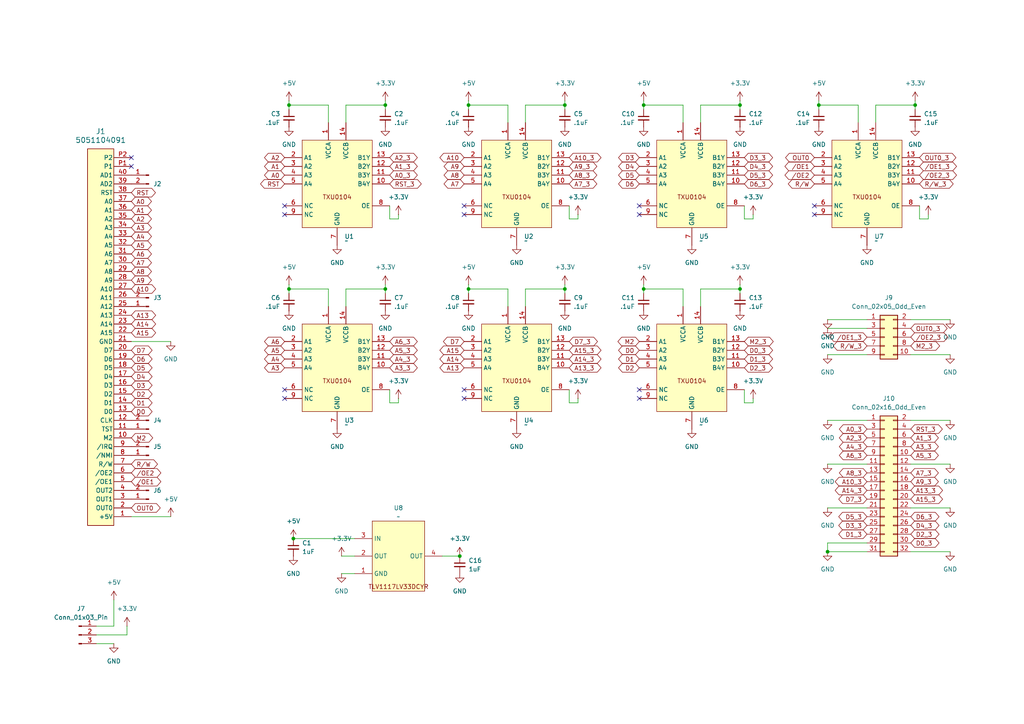
<source format=kicad_sch>
(kicad_sch (version 20250114) (generator "eeschema") (generator_version "9.0")
  (paper "A4")
  (junction (at 111.76 30.48))
  (junction (at 85.09 156.21))
  (junction (at 163.83 30.48))
  (junction (at 83.82 83.82))
  (junction (at 133.35 161.29))
  (junction (at 240.03 160.02))
  (junction (at 186.69 30.48))
  (junction (at 83.82 30.48))
  (junction (at 163.83 83.82))
  (junction (at 237.49 30.48))
  (junction (at 214.63 30.48))
  (junction (at 265.43 30.48))
  (junction (at 214.63 83.82))
  (junction (at 186.69 83.82))
  (junction (at 135.89 30.48))
  (junction (at 135.89 83.82))
  (junction (at 111.76 83.82))
  (no_connect (at 82.55 62.23))
  (no_connect (at 82.55 115.57))
  (no_connect (at 38.1 45.72))
  (no_connect (at 185.42 62.23))
  (no_connect (at 185.42 115.57))
  (no_connect (at 134.62 113.03))
  (no_connect (at 134.62 59.69))
  (no_connect (at 82.55 113.03))
  (no_connect (at 82.55 59.69))
  (no_connect (at 185.42 113.03))
  (no_connect (at 236.22 62.23))
  (no_connect (at 134.62 115.57))
  (no_connect (at 38.1 48.26))
  (no_connect (at 236.22 59.69))
  (no_connect (at 185.42 59.69))
  (no_connect (at 134.62 62.23))
  (wire (pts (xy 163.83 82.55) (xy 163.83 83.82)))
  (wire (pts (xy 186.69 30.48) (xy 186.69 31.75)))
  (wire (pts (xy 240.03 102.87) (xy 251.46 102.87)))
  (wire (pts (xy 165.1 116.84) (xy 167.64 116.84)))
  (wire (pts (xy 203.2 83.82) (xy 203.2 88.9)))
  (wire (pts (xy 240.03 134.62) (xy 251.46 134.62)))
  (wire (pts (xy 240.03 160.02) (xy 251.46 160.02)))
  (wire (pts (xy 251.46 147.32) (xy 240.03 147.32)))
  (wire (pts (xy 275.59 134.62) (xy 264.16 134.62)))
  (wire (pts (xy 111.76 30.48) (xy 111.76 31.75)))
  (wire (pts (xy 147.32 83.82) (xy 147.32 88.9)))
  (wire (pts (xy 113.03 113.03) (xy 113.03 116.84)))
  (wire (pts (xy 38.1 99.06) (xy 49.53 99.06)))
  (wire (pts (xy 167.64 63.5) (xy 167.64 62.23)))
  (wire (pts (xy 135.89 29.21) (xy 135.89 30.48)))
  (wire (pts (xy 198.12 83.82) (xy 186.69 83.82)))
  (wire (pts (xy 215.9 116.84) (xy 218.44 116.84)))
  (wire (pts (xy 27.94 184.15) (xy 36.83 184.15)))
  (wire (pts (xy 248.92 30.48) (xy 248.92 35.56)))
  (wire (pts (xy 275.59 121.92) (xy 264.16 121.92)))
  (wire (pts (xy 186.69 83.82) (xy 186.69 85.09)))
  (wire (pts (xy 100.33 30.48) (xy 100.33 35.56)))
  (wire (pts (xy 186.69 82.55) (xy 186.69 83.82)))
  (wire (pts (xy 198.12 83.82) (xy 198.12 88.9)))
  (wire (pts (xy 111.76 29.21) (xy 111.76 30.48)))
  (wire (pts (xy 135.89 30.48) (xy 135.89 31.75)))
  (wire (pts (xy 269.24 63.5) (xy 269.24 62.23)))
  (wire (pts (xy 218.44 116.84) (xy 218.44 115.57)))
  (wire (pts (xy 251.46 157.48) (xy 240.03 157.48)))
  (wire (pts (xy 237.49 29.21) (xy 237.49 30.48)))
  (wire (pts (xy 265.43 30.48) (xy 265.43 31.75)))
  (wire (pts (xy 27.94 181.61) (xy 33.02 181.61)))
  (wire (pts (xy 113.03 116.84) (xy 115.57 116.84)))
  (wire (pts (xy 128.27 161.29) (xy 133.35 161.29)))
  (wire (pts (xy 135.89 82.55) (xy 135.89 83.82)))
  (wire (pts (xy 111.76 82.55) (xy 111.76 83.82)))
  (wire (pts (xy 275.59 102.87) (xy 264.16 102.87)))
  (wire (pts (xy 203.2 30.48) (xy 203.2 35.56)))
  (wire (pts (xy 99.06 161.29) (xy 102.87 161.29)))
  (wire (pts (xy 240.03 95.25) (xy 251.46 95.25)))
  (wire (pts (xy 237.49 30.48) (xy 237.49 31.75)))
  (wire (pts (xy 163.83 83.82) (xy 163.83 85.09)))
  (wire (pts (xy 100.33 83.82) (xy 111.76 83.82)))
  (wire (pts (xy 83.82 83.82) (xy 83.82 85.09)))
  (wire (pts (xy 203.2 83.82) (xy 214.63 83.82)))
  (wire (pts (xy 275.59 147.32) (xy 264.16 147.32)))
  (wire (pts (xy 266.7 63.5) (xy 269.24 63.5)))
  (wire (pts (xy 215.9 113.03) (xy 215.9 116.84)))
  (wire (pts (xy 203.2 30.48) (xy 214.63 30.48)))
  (wire (pts (xy 135.89 83.82) (xy 135.89 85.09)))
  (wire (pts (xy 38.1 149.86) (xy 49.53 149.86)))
  (wire (pts (xy 218.44 63.5) (xy 218.44 62.23)))
  (wire (pts (xy 214.63 30.48) (xy 214.63 31.75)))
  (wire (pts (xy 100.33 30.48) (xy 111.76 30.48)))
  (wire (pts (xy 95.25 30.48) (xy 83.82 30.48)))
  (wire (pts (xy 83.82 30.48) (xy 83.82 31.75)))
  (wire (pts (xy 95.25 83.82) (xy 95.25 88.9)))
  (wire (pts (xy 186.69 29.21) (xy 186.69 30.48)))
  (wire (pts (xy 100.33 83.82) (xy 100.33 88.9)))
  (wire (pts (xy 198.12 30.48) (xy 186.69 30.48)))
  (wire (pts (xy 163.83 30.48) (xy 163.83 31.75)))
  (wire (pts (xy 165.1 63.5) (xy 167.64 63.5)))
  (wire (pts (xy 147.32 30.48) (xy 135.89 30.48)))
  (wire (pts (xy 152.4 83.82) (xy 163.83 83.82)))
  (wire (pts (xy 240.03 92.71) (xy 251.46 92.71)))
  (wire (pts (xy 113.03 63.5) (xy 115.57 63.5)))
  (wire (pts (xy 83.82 29.21) (xy 83.82 30.48)))
  (wire (pts (xy 167.64 116.84) (xy 167.64 115.57)))
  (wire (pts (xy 27.94 186.69) (xy 33.02 186.69)))
  (wire (pts (xy 214.63 82.55) (xy 214.63 83.82)))
  (wire (pts (xy 95.25 83.82) (xy 83.82 83.82)))
  (wire (pts (xy 215.9 63.5) (xy 218.44 63.5)))
  (wire (pts (xy 111.76 83.82) (xy 111.76 85.09)))
  (wire (pts (xy 147.32 83.82) (xy 135.89 83.82)))
  (wire (pts (xy 198.12 30.48) (xy 198.12 35.56)))
  (wire (pts (xy 33.02 181.61) (xy 33.02 173.99)))
  (wire (pts (xy 99.06 166.37) (xy 102.87 166.37)))
  (wire (pts (xy 248.92 30.48) (xy 237.49 30.48)))
  (wire (pts (xy 266.7 59.69) (xy 266.7 63.5)))
  (wire (pts (xy 36.83 184.15) (xy 36.83 181.61)))
  (wire (pts (xy 275.59 92.71) (xy 264.16 92.71)))
  (wire (pts (xy 275.59 160.02) (xy 264.16 160.02)))
  (wire (pts (xy 254 30.48) (xy 254 35.56)))
  (wire (pts (xy 152.4 30.48) (xy 152.4 35.56)))
  (wire (pts (xy 147.32 30.48) (xy 147.32 35.56)))
  (wire (pts (xy 152.4 30.48) (xy 163.83 30.48)))
  (wire (pts (xy 115.57 116.84) (xy 115.57 115.57)))
  (wire (pts (xy 95.25 30.48) (xy 95.25 35.56)))
  (wire (pts (xy 165.1 113.03) (xy 165.1 116.84)))
  (wire (pts (xy 265.43 29.21) (xy 265.43 30.48)))
  (wire (pts (xy 83.82 82.55) (xy 83.82 83.82)))
  (wire (pts (xy 254 30.48) (xy 265.43 30.48)))
  (wire (pts (xy 163.83 29.21) (xy 163.83 30.48)))
  (wire (pts (xy 214.63 83.82) (xy 214.63 85.09)))
  (wire (pts (xy 165.1 59.69) (xy 165.1 63.5)))
  (wire (pts (xy 85.09 156.21) (xy 102.87 156.21)))
  (wire (pts (xy 115.57 63.5) (xy 115.57 62.23)))
  (wire (pts (xy 152.4 83.82) (xy 152.4 88.9)))
  (wire (pts (xy 240.03 121.92) (xy 251.46 121.92)))
  (wire (pts (xy 113.03 59.69) (xy 113.03 63.5)))
  (wire (pts (xy 240.03 157.48) (xy 240.03 160.02)))
  (wire (pts (xy 215.9 59.69) (xy 215.9 63.5)))
  (wire (pts (xy 214.63 29.21) (xy 214.63 30.48)))
  (global_label "A0" (shape bidirectional) (at 82.55 50.8 180) (property "Intersheetrefs" "${INTERSHEET_REFS}" (effects (hide yes))))
  (global_label "D5" (shape bidirectional) (at 38.1 106.68 0) (property "Intersheetrefs" "${INTERSHEET_REFS}" (effects (hide yes))))
  (global_label "M2" (shape bidirectional) (at 185.42 99.06 180) (property "Intersheetrefs" "${INTERSHEET_REFS}" (effects (hide yes))))
  (global_label "D4" (shape bidirectional) (at 38.1 109.22 0) (property "Intersheetrefs" "${INTERSHEET_REFS}" (effects (hide yes))))
  (global_label "A7" (shape bidirectional) (at 134.62 53.34 180) (property "Intersheetrefs" "${INTERSHEET_REFS}" (effects (hide yes))))
  (global_label "D1_3" (shape bidirectional) (at 251.46 154.94 180) (property "Intersheetrefs" "${INTERSHEET_REFS}" (effects (hide yes))))
  (global_label "A7_3" (shape bidirectional) (at 264.16 137.16 0) (property "Intersheetrefs" "${INTERSHEET_REFS}" (effects (hide yes))))
  (global_label "D4" (shape bidirectional) (at 185.42 48.26 180) (property "Intersheetrefs" "${INTERSHEET_REFS}" (effects (hide yes))))
  (global_label "A8" (shape bidirectional) (at 134.62 50.8 180) (property "Intersheetrefs" "${INTERSHEET_REFS}" (effects (hide yes))))
  (global_label "A14_3" (shape bidirectional) (at 251.46 142.24 180) (property "Intersheetrefs" "${INTERSHEET_REFS}" (effects (hide yes))))
  (global_label "D6_3" (shape bidirectional) (at 215.9 53.34 0) (property "Intersheetrefs" "${INTERSHEET_REFS}" (effects (hide yes))))
  (global_label "A3" (shape bidirectional) (at 82.55 106.68 180) (property "Intersheetrefs" "${INTERSHEET_REFS}" (effects (hide yes))))
  (global_label "D6_3" (shape bidirectional) (at 264.16 149.86 0) (property "Intersheetrefs" "${INTERSHEET_REFS}" (effects (hide yes))))
  (global_label "A13_3" (shape bidirectional) (at 264.16 142.24 0) (property "Intersheetrefs" "${INTERSHEET_REFS}" (effects (hide yes))))
  (global_label "R{slash}W" (shape bidirectional) (at 236.22 53.34 180) (property "Intersheetrefs" "${INTERSHEET_REFS}" (effects (hide yes))))
  (global_label "A1" (shape bidirectional) (at 38.1 60.96 0) (property "Intersheetrefs" "${INTERSHEET_REFS}" (effects (hide yes))))
  (global_label "D2_3" (shape bidirectional) (at 215.9 106.68 0) (property "Intersheetrefs" "${INTERSHEET_REFS}" (effects (hide yes))))
  (global_label "A9_3" (shape bidirectional) (at 264.16 139.7 0) (property "Intersheetrefs" "${INTERSHEET_REFS}" (effects (hide yes))))
  (global_label "A14" (shape bidirectional) (at 38.1 93.98 0) (property "Intersheetrefs" "${INTERSHEET_REFS}" (effects (hide yes))))
  (global_label "{slash}OE2_3" (shape bidirectional) (at 264.16 97.79 0) (property "Intersheetrefs" "${INTERSHEET_REFS}" (effects (hide yes))))
  (global_label "D2" (shape bidirectional) (at 38.1 114.3 0) (property "Intersheetrefs" "${INTERSHEET_REFS}" (effects (hide yes))))
  (global_label "RST_3" (shape bidirectional) (at 264.16 124.46 0) (property "Intersheetrefs" "${INTERSHEET_REFS}" (effects (hide yes))))
  (global_label "D5_3" (shape bidirectional) (at 215.9 50.8 0) (property "Intersheetrefs" "${INTERSHEET_REFS}" (effects (hide yes))))
  (global_label "A3_3" (shape bidirectional) (at 113.03 106.68 0) (property "Intersheetrefs" "${INTERSHEET_REFS}" (effects (hide yes))))
  (global_label "A15_3" (shape bidirectional) (at 165.1 101.6 0) (property "Intersheetrefs" "${INTERSHEET_REFS}" (effects (hide yes))))
  (global_label "A1" (shape bidirectional) (at 82.55 48.26 180) (property "Intersheetrefs" "${INTERSHEET_REFS}" (effects (hide yes))))
  (global_label "D0" (shape bidirectional) (at 185.42 101.6 180) (property "Intersheetrefs" "${INTERSHEET_REFS}" (effects (hide yes))))
  (global_label "R{slash}W" (shape bidirectional) (at 38.1 134.62 0) (property "Intersheetrefs" "${INTERSHEET_REFS}" (effects (hide yes))))
  (global_label "{slash}OE1_3" (shape bidirectional) (at 266.7 48.26 0) (property "Intersheetrefs" "${INTERSHEET_REFS}" (effects (hide yes))))
  (global_label "A13" (shape bidirectional) (at 134.62 106.68 180) (property "Intersheetrefs" "${INTERSHEET_REFS}" (effects (hide yes))))
  (global_label "A4" (shape bidirectional) (at 82.55 104.14 180) (property "Intersheetrefs" "${INTERSHEET_REFS}" (effects (hide yes))))
  (global_label "D7" (shape bidirectional) (at 134.62 99.06 180) (property "Intersheetrefs" "${INTERSHEET_REFS}" (effects (hide yes))))
  (global_label "D3" (shape bidirectional) (at 185.42 45.72 180) (property "Intersheetrefs" "${INTERSHEET_REFS}" (effects (hide yes))))
  (global_label "A9" (shape bidirectional) (at 134.62 48.26 180) (property "Intersheetrefs" "${INTERSHEET_REFS}" (effects (hide yes))))
  (global_label "A15" (shape bidirectional) (at 134.62 101.6 180) (property "Intersheetrefs" "${INTERSHEET_REFS}" (effects (hide yes))))
  (global_label "{slash}OE1_3" (shape bidirectional) (at 251.46 97.79 180) (property "Intersheetrefs" "${INTERSHEET_REFS}" (effects (hide yes))))
  (global_label "R{slash}W_3" (shape bidirectional) (at 251.46 100.33 180) (property "Intersheetrefs" "${INTERSHEET_REFS}" (effects (hide yes))))
  (global_label "A13_3" (shape bidirectional) (at 165.1 106.68 0) (property "Intersheetrefs" "${INTERSHEET_REFS}" (effects (hide yes))))
  (global_label "A9_3" (shape bidirectional) (at 165.1 48.26 0) (property "Intersheetrefs" "${INTERSHEET_REFS}" (effects (hide yes))))
  (global_label "M2_3" (shape bidirectional) (at 264.16 100.33 0) (property "Intersheetrefs" "${INTERSHEET_REFS}" (effects (hide yes))))
  (global_label "OUT0" (shape bidirectional) (at 236.22 45.72 180) (property "Intersheetrefs" "${INTERSHEET_REFS}" (effects (hide yes))))
  (global_label "A5_3" (shape bidirectional) (at 113.03 101.6 0) (property "Intersheetrefs" "${INTERSHEET_REFS}" (effects (hide yes))))
  (global_label "D5_3" (shape bidirectional) (at 251.46 149.86 180) (property "Intersheetrefs" "${INTERSHEET_REFS}" (effects (hide yes))))
  (global_label "A13" (shape bidirectional) (at 38.1 91.44 0) (property "Intersheetrefs" "${INTERSHEET_REFS}" (effects (hide yes))))
  (global_label "A6_3" (shape bidirectional) (at 251.46 132.08 180) (property "Intersheetrefs" "${INTERSHEET_REFS}" (effects (hide yes))))
  (global_label "D1_3" (shape bidirectional) (at 215.9 104.14 0) (property "Intersheetrefs" "${INTERSHEET_REFS}" (effects (hide yes))))
  (global_label "{slash}OE2_3" (shape bidirectional) (at 266.7 50.8 0) (property "Intersheetrefs" "${INTERSHEET_REFS}" (effects (hide yes))))
  (global_label "D5" (shape bidirectional) (at 185.42 50.8 180) (property "Intersheetrefs" "${INTERSHEET_REFS}" (effects (hide yes))))
  (global_label "D1" (shape bidirectional) (at 185.42 104.14 180) (property "Intersheetrefs" "${INTERSHEET_REFS}" (effects (hide yes))))
  (global_label "A15" (shape bidirectional) (at 38.1 96.52 0) (property "Intersheetrefs" "${INTERSHEET_REFS}" (effects (hide yes))))
  (global_label "{slash}OE2" (shape bidirectional) (at 38.1 137.16 0) (property "Intersheetrefs" "${INTERSHEET_REFS}" (effects (hide yes))))
  (global_label "OUT0" (shape bidirectional) (at 38.1 147.32 0) (property "Intersheetrefs" "${INTERSHEET_REFS}" (effects (hide yes))))
  (global_label "A6" (shape bidirectional) (at 38.1 73.66 0) (property "Intersheetrefs" "${INTERSHEET_REFS}" (effects (hide yes))))
  (global_label "A15_3" (shape bidirectional) (at 264.16 144.78 0) (property "Intersheetrefs" "${INTERSHEET_REFS}" (effects (hide yes))))
  (global_label "D2" (shape bidirectional) (at 185.42 106.68 180) (property "Intersheetrefs" "${INTERSHEET_REFS}" (effects (hide yes))))
  (global_label "A0" (shape bidirectional) (at 38.1 58.42 0) (property "Intersheetrefs" "${INTERSHEET_REFS}" (effects (hide yes))))
  (global_label "A8_3" (shape bidirectional) (at 165.1 50.8 0) (property "Intersheetrefs" "${INTERSHEET_REFS}" (effects (hide yes))))
  (global_label "D3" (shape bidirectional) (at 38.1 111.76 0) (property "Intersheetrefs" "${INTERSHEET_REFS}" (effects (hide yes))))
  (global_label "D7_3" (shape bidirectional) (at 251.46 144.78 180) (property "Intersheetrefs" "${INTERSHEET_REFS}" (effects (hide yes))))
  (global_label "A9" (shape bidirectional) (at 38.1 81.28 0) (property "Intersheetrefs" "${INTERSHEET_REFS}" (effects (hide yes))))
  (global_label "A0_3" (shape bidirectional) (at 113.03 50.8 0) (property "Intersheetrefs" "${INTERSHEET_REFS}" (effects (hide yes))))
  (global_label "D1" (shape bidirectional) (at 38.1 116.84 0) (property "Intersheetrefs" "${INTERSHEET_REFS}" (effects (hide yes))))
  (global_label "A0_3" (shape bidirectional) (at 251.46 124.46 180) (property "Intersheetrefs" "${INTERSHEET_REFS}" (effects (hide yes))))
  (global_label "A8_3" (shape bidirectional) (at 251.46 137.16 180) (property "Intersheetrefs" "${INTERSHEET_REFS}" (effects (hide yes))))
  (global_label "A3_3" (shape bidirectional) (at 264.16 129.54 0) (property "Intersheetrefs" "${INTERSHEET_REFS}" (effects (hide yes))))
  (global_label "D4_3" (shape bidirectional) (at 264.16 152.4 0) (property "Intersheetrefs" "${INTERSHEET_REFS}" (effects (hide yes))))
  (global_label "A6_3" (shape bidirectional) (at 113.03 99.06 0) (property "Intersheetrefs" "${INTERSHEET_REFS}" (effects (hide yes))))
  (global_label "OUT0_3" (shape bidirectional) (at 264.16 95.25 0) (property "Intersheetrefs" "${INTERSHEET_REFS}" (effects (hide yes))))
  (global_label "D6" (shape bidirectional) (at 38.1 104.14 0) (property "Intersheetrefs" "${INTERSHEET_REFS}" (effects (hide yes))))
  (global_label "D7" (shape bidirectional) (at 38.1 101.6 0) (property "Intersheetrefs" "${INTERSHEET_REFS}" (effects (hide yes))))
  (global_label "{slash}OE1" (shape bidirectional) (at 38.1 139.7 0) (property "Intersheetrefs" "${INTERSHEET_REFS}" (effects (hide yes))))
  (global_label "A4_3" (shape bidirectional) (at 251.46 129.54 180) (property "Intersheetrefs" "${INTERSHEET_REFS}" (effects (hide yes))))
  (global_label "A5_3" (shape bidirectional) (at 264.16 132.08 0) (property "Intersheetrefs" "${INTERSHEET_REFS}" (effects (hide yes))))
  (global_label "A2_3" (shape bidirectional) (at 251.46 127 180) (property "Intersheetrefs" "${INTERSHEET_REFS}" (effects (hide yes))))
  (global_label "A1_3" (shape bidirectional) (at 113.03 48.26 0) (property "Intersheetrefs" "${INTERSHEET_REFS}" (effects (hide yes))))
  (global_label "M2_3" (shape bidirectional) (at 215.9 99.06 0) (property "Intersheetrefs" "${INTERSHEET_REFS}" (effects (hide yes))))
  (global_label "RST" (shape bidirectional) (at 82.55 53.34 180) (property "Intersheetrefs" "${INTERSHEET_REFS}" (effects (hide yes))))
  (global_label "D3_3" (shape bidirectional) (at 215.9 45.72 0) (property "Intersheetrefs" "${INTERSHEET_REFS}" (effects (hide yes))))
  (global_label "{slash}OE1" (shape bidirectional) (at 236.22 48.26 180) (property "Intersheetrefs" "${INTERSHEET_REFS}" (effects (hide yes))))
  (global_label "A4_3" (shape bidirectional) (at 113.03 104.14 0) (property "Intersheetrefs" "${INTERSHEET_REFS}" (effects (hide yes))))
  (global_label "A2_3" (shape bidirectional) (at 113.03 45.72 0) (property "Intersheetrefs" "${INTERSHEET_REFS}" (effects (hide yes))))
  (global_label "A10_3" (shape bidirectional) (at 165.1 45.72 0) (property "Intersheetrefs" "${INTERSHEET_REFS}" (effects (hide yes))))
  (global_label "D7_3" (shape bidirectional) (at 165.1 99.06 0) (property "Intersheetrefs" "${INTERSHEET_REFS}" (effects (hide yes))))
  (global_label "{slash}OE2" (shape bidirectional) (at 236.22 50.8 180) (property "Intersheetrefs" "${INTERSHEET_REFS}" (effects (hide yes))))
  (global_label "A2" (shape bidirectional) (at 38.1 63.5 0) (property "Intersheetrefs" "${INTERSHEET_REFS}" (effects (hide yes))))
  (global_label "A10" (shape bidirectional) (at 134.62 45.72 180) (property "Intersheetrefs" "${INTERSHEET_REFS}" (effects (hide yes))))
  (global_label "D4_3" (shape bidirectional) (at 215.9 48.26 0) (property "Intersheetrefs" "${INTERSHEET_REFS}" (effects (hide yes))))
  (global_label "A5" (shape bidirectional) (at 38.1 71.12 0) (property "Intersheetrefs" "${INTERSHEET_REFS}" (effects (hide yes))))
  (global_label "D0" (shape bidirectional) (at 38.1 119.38 0) (property "Intersheetrefs" "${INTERSHEET_REFS}" (effects (hide yes))))
  (global_label "D0_3" (shape bidirectional) (at 215.9 101.6 0) (property "Intersheetrefs" "${INTERSHEET_REFS}" (effects (hide yes))))
  (global_label "A4" (shape bidirectional) (at 38.1 68.58 0) (property "Intersheetrefs" "${INTERSHEET_REFS}" (effects (hide yes))))
  (global_label "A10_3" (shape bidirectional) (at 251.46 139.7 180) (property "Intersheetrefs" "${INTERSHEET_REFS}" (effects (hide yes))))
  (global_label "A14_3" (shape bidirectional) (at 165.1 104.14 0) (property "Intersheetrefs" "${INTERSHEET_REFS}" (effects (hide yes))))
  (global_label "A3" (shape bidirectional) (at 38.1 66.04 0) (property "Intersheetrefs" "${INTERSHEET_REFS}" (effects (hide yes))))
  (global_label "D2_3" (shape bidirectional) (at 264.16 154.94 0) (property "Intersheetrefs" "${INTERSHEET_REFS}" (effects (hide yes))))
  (global_label "RST_3" (shape bidirectional) (at 113.03 53.34 0) (property "Intersheetrefs" "${INTERSHEET_REFS}" (effects (hide yes))))
  (global_label "D6" (shape bidirectional) (at 185.42 53.34 180) (property "Intersheetrefs" "${INTERSHEET_REFS}" (effects (hide yes))))
  (global_label "A10" (shape bidirectional) (at 38.1 83.82 0) (property "Intersheetrefs" "${INTERSHEET_REFS}" (effects (hide yes))))
  (global_label "A2" (shape bidirectional) (at 82.55 45.72 180) (property "Intersheetrefs" "${INTERSHEET_REFS}" (effects (hide yes))))
  (global_label "RST" (shape bidirectional) (at 38.1 55.88 0) (property "Intersheetrefs" "${INTERSHEET_REFS}" (effects (hide yes))))
  (global_label "OUT0_3" (shape bidirectional) (at 266.7 45.72 0) (property "Intersheetrefs" "${INTERSHEET_REFS}" (effects (hide yes))))
  (global_label "A5" (shape bidirectional) (at 82.55 101.6 180) (property "Intersheetrefs" "${INTERSHEET_REFS}" (effects (hide yes))))
  (global_label "A8" (shape bidirectional) (at 38.1 78.74 0) (property "Intersheetrefs" "${INTERSHEET_REFS}" (effects (hide yes))))
  (global_label "A7" (shape bidirectional) (at 38.1 76.2 0) (property "Intersheetrefs" "${INTERSHEET_REFS}" (effects (hide yes))))
  (global_label "D0_3" (shape bidirectional) (at 264.16 157.48 0) (property "Intersheetrefs" "${INTERSHEET_REFS}" (effects (hide yes))))
  (global_label "R{slash}W_3" (shape bidirectional) (at 266.7 53.34 0) (property "Intersheetrefs" "${INTERSHEET_REFS}" (effects (hide yes))))
  (global_label "A1_3" (shape bidirectional) (at 264.16 127 0) (property "Intersheetrefs" "${INTERSHEET_REFS}" (effects (hide yes))))
  (global_label "M2" (shape bidirectional) (at 38.1 127 0) (property "Intersheetrefs" "${INTERSHEET_REFS}" (effects (hide yes))))
  (global_label "A7_3" (shape bidirectional) (at 165.1 53.34 0) (property "Intersheetrefs" "${INTERSHEET_REFS}" (effects (hide yes))))
  (global_label "A14" (shape bidirectional) (at 134.62 104.14 180) (property "Intersheetrefs" "${INTERSHEET_REFS}" (effects (hide yes))))
  (global_label "A6" (shape bidirectional) (at 82.55 99.06 180) (property "Intersheetrefs" "${INTERSHEET_REFS}" (effects (hide yes))))
  (global_label "D3_3" (shape bidirectional) (at 251.46 152.4 180) (property "Intersheetrefs" "${INTERSHEET_REFS}" (effects (hide yes))))
  (symbol (lib_id "power:+3.3V") (at 163.83 82.55 0) (unit 1)
    (property "Reference" "#PWR024" (effects (hide yes)))
    (property "Value" "+3.3V" (at 163.83 77.47 0))
    (property "Description" "Power symbol creates a global label with name \"+3.3V\"" (effects (hide yes)))
  )
  (symbol (lib_id "power:+3.3V") (at 218.44 62.23 0) (unit 1)
    (property "Reference" "#PWR034" (effects (hide yes)))
    (property "Value" "+3.3V" (at 218.44 57.15 0))
    (property "Description" "Power symbol creates a global label with name \"+3.3V\"" (effects (hide yes)))
  )
  (symbol (lib_id "Device:C_Small") (at 163.83 34.29 0) (unit 1)
    (property "Reference" "C5" (at 166.37 33.0262 0) (effects (justify left)))
    (property "Value" ".1uF" (at 166.37 35.5662 0) (effects (justify left)))
    (property "Footprint" "nesceptor:C_0402_1005Metric" (effects (hide yes)))
    (property "Description" "Unpolarized capacitor, small symbol" (effects (hide yes)))
  )
  (symbol (lib_id "power:GND") (at 163.83 90.17 0) (unit 1)
    (property "Reference" "#PWR025" (effects (hide yes)))
    (property "Value" "GND" (at 163.83 95.25 0))
    (property "Description" "Power symbol creates a global label with name \"GND\" , ground" (effects (hide yes)))
  )
  (symbol (lib_id "nesceptor:TXU0104") (at 251.46 53.34 0) (unit 1)
    (property "Reference" "U7" (at 253.6033 68.58 0) (effects (justify left)))
    (property "Value" "~" (at 253.6033 69.85 0) (effects (justify left)))
    (property "Footprint" "nesceptor:DHVQFN-14-1EP_2.5x3mm_P0.5mm_EP1x1.5mm" (effects (hide yes)))
  )
  (symbol (lib_id "Device:C_Small") (at 214.63 34.29 0) (unit 1)
    (property "Reference" "C12" (at 217.17 33.0262 0) (effects (justify left)))
    (property "Value" ".1uF" (at 217.17 35.5662 0) (effects (justify left)))
    (property "Footprint" "nesceptor:C_0402_1005Metric" (effects (hide yes)))
    (property "Description" "Unpolarized capacitor, small symbol" (effects (hide yes)))
  )
  (symbol (lib_id "power:+3.3V") (at 133.35 161.29 0) (unit 1)
    (property "Reference" "#PWR045" (effects (hide yes)))
    (property "Value" "+3.3V" (at 133.35 156.21 0))
    (property "Description" "Power symbol creates a global label with name \"+3.3V\"" (effects (hide yes)))
  )
  (symbol (lib_id "power:GND") (at 85.09 161.29 0) (unit 1)
    (property "Reference" "#PWR049" (effects (hide yes)))
    (property "Value" "GND" (at 85.09 166.37 0))
    (property "Description" "Power symbol creates a global label with name \"GND\" , ground" (effects (hide yes)))
  )
  (symbol (lib_id "Connector_Generic:Conn_02x05_Odd_Even") (at 256.54 97.79 0) (unit 1)
    (property "Reference" "J9" (at 257.81 86.36 0))
    (property "Value" "Conn_02x05_Odd_Even" (at 257.81 88.9 0))
    (property "Footprint" "Connector_PinHeader_2.54mm:PinHeader_2x05_P2.54mm_Vertical" (effects (hide yes)))
    (property "Description" "Generic connector, double row, 02x05, odd/even pin numbering scheme (row 1 odd numbers, row 2 even numbers), script generated (kicad-library-utils/schlib/autogen/connector/)" (effects (hide yes)))
  )
  (symbol (lib_id "Device:C_Small") (at 135.89 87.63 0) (mirror y) (unit 1)
    (property "Reference" "C8" (at 133.35 86.3662 0) (effects (justify left)))
    (property "Value" ".1uF" (at 133.35 88.9062 0) (effects (justify left)))
    (property "Footprint" "nesceptor:C_0402_1005Metric" (effects (hide yes)))
    (property "Description" "Unpolarized capacitor, small symbol" (effects (hide yes)))
  )
  (symbol (lib_id "power:GND") (at 275.59 102.87 0) (mirror y) (unit 1)
    (property "Reference" "#PWR062" (effects (hide yes)))
    (property "Value" "GND" (at 275.59 107.95 0))
    (property "Description" "Power symbol creates a global label with name \"GND\" , ground" (effects (hide yes)))
  )
  (symbol (lib_id "power:GND") (at 111.76 90.17 0) (unit 1)
    (property "Reference" "#PWR019" (effects (hide yes)))
    (property "Value" "GND" (at 111.76 95.25 0))
    (property "Description" "Power symbol creates a global label with name \"GND\" , ground" (effects (hide yes)))
  )
  (symbol (lib_id "power:GND") (at 97.79 124.46 0) (unit 1)
    (property "Reference" "#PWR041" (effects (hide yes)))
    (property "Value" "GND" (at 97.79 129.54 0))
    (property "Description" "Power symbol creates a global label with name \"GND\" , ground" (effects (hide yes)))
  )
  (symbol (lib_id "nesceptor:TXU0104") (at 200.66 53.34 0) (unit 1)
    (property "Reference" "U5" (at 202.8033 68.58 0) (effects (justify left)))
    (property "Value" "~" (at 202.8033 69.85 0) (effects (justify left)))
    (property "Footprint" "nesceptor:DHVQFN-14-1EP_2.5x3mm_P0.5mm_EP1x1.5mm" (effects (hide yes)))
  )
  (symbol (lib_id "power:GND") (at 240.03 102.87 0) (unit 1)
    (property "Reference" "#PWR063" (effects (hide yes)))
    (property "Value" "GND" (at 240.03 107.95 0))
    (property "Description" "Power symbol creates a global label with name \"GND\" , ground" (effects (hide yes)))
  )
  (symbol (lib_id "power:GND") (at 214.63 36.83 0) (unit 1)
    (property "Reference" "#PWR031" (effects (hide yes)))
    (property "Value" "GND" (at 214.63 41.91 0))
    (property "Description" "Power symbol creates a global label with name \"GND\" , ground" (effects (hide yes)))
  )
  (symbol (lib_id "Device:C_Small") (at 186.69 87.63 0) (mirror y) (unit 1)
    (property "Reference" "C11" (at 184.15 86.3662 0) (effects (justify left)))
    (property "Value" ".1uF" (at 184.15 88.9062 0) (effects (justify left)))
    (property "Footprint" "nesceptor:C_0402_1005Metric" (effects (hide yes)))
    (property "Description" "Unpolarized capacitor, small symbol" (effects (hide yes)))
  )
  (symbol (lib_id "power:GND") (at 135.89 90.17 0) (mirror y) (unit 1)
    (property "Reference" "#PWR022" (effects (hide yes)))
    (property "Value" "GND" (at 135.89 95.25 0))
    (property "Description" "Power symbol creates a global label with name \"GND\" , ground" (effects (hide yes)))
  )
  (symbol (lib_id "power:+5V") (at 186.69 82.55 0) (unit 1)
    (property "Reference" "#PWR027" (effects (hide yes)))
    (property "Value" "+5V" (at 186.69 77.47 0))
    (property "Description" "Power symbol creates a global label with name \"+5V\"" (effects (hide yes)))
  )
  (symbol (lib_id "power:+3.3V") (at 167.64 115.57 0) (unit 1)
    (property "Reference" "#PWR026" (effects (hide yes)))
    (property "Value" "+3.3V" (at 167.64 110.49 0))
    (property "Description" "Power symbol creates a global label with name \"+3.3V\"" (effects (hide yes)))
  )
  (symbol (lib_id "power:GND") (at 149.86 71.12 0) (unit 1)
    (property "Reference" "#PWR011" (effects (hide yes)))
    (property "Value" "GND" (at 149.86 76.2 0))
    (property "Description" "Power symbol creates a global label with name \"GND\" , ground" (effects (hide yes)))
  )
  (symbol (lib_id "power:+5V") (at 83.82 29.21 0) (unit 1)
    (property "Reference" "#PWR05" (effects (hide yes)))
    (property "Value" "+5V" (at 83.82 24.13 0))
    (property "Description" "Power symbol creates a global label with name \"+5V\"" (effects (hide yes)))
  )
  (symbol (lib_id "power:GND") (at 240.03 134.62 0) (unit 1)
    (property "Reference" "#PWR060" (effects (hide yes)))
    (property "Value" "GND" (at 240.03 139.7 0))
    (property "Description" "Power symbol creates a global label with name \"GND\" , ground" (effects (hide yes)))
  )
  (symbol (lib_id "power:GND") (at 240.03 147.32 0) (unit 1)
    (property "Reference" "#PWR059" (effects (hide yes)))
    (property "Value" "GND" (at 240.03 152.4 0))
    (property "Description" "Power symbol creates a global label with name \"GND\" , ground" (effects (hide yes)))
  )
  (symbol (lib_id "power:+3.3V") (at 115.57 115.57 0) (unit 1)
    (property "Reference" "#PWR020" (effects (hide yes)))
    (property "Value" "+3.3V" (at 115.57 110.49 0))
    (property "Description" "Power symbol creates a global label with name \"+3.3V\"" (effects (hide yes)))
  )
  (symbol (lib_id "Connector:Conn_01x02_Pin") (at 43.18 132.08 180) (unit 1)
    (property "Reference" "J5" (at 44.45 129.5399 0) (effects (justify right)))
    (property "Value" "Conn_01x02_Pin" (effects (hide yes)))
    (property "Footprint" "Connector_PinHeader_2.54mm:PinHeader_1x02_P2.54mm_Vertical" (effects (hide yes)))
    (property "Description" "Generic connector, single row, 01x02, script generated" (effects (hide yes)))
  )
  (symbol (lib_id "power:+5V") (at 186.69 29.21 0) (unit 1)
    (property "Reference" "#PWR017" (effects (hide yes)))
    (property "Value" "+5V" (at 186.69 24.13 0))
    (property "Description" "Power symbol creates a global label with name \"+5V\"" (effects (hide yes)))
  )
  (symbol (lib_id "power:+5V") (at 49.53 149.86 0) (unit 1)
    (property "Reference" "#PWR01" (effects (hide yes)))
    (property "Value" "+5V" (at 49.53 144.78 0))
    (property "Description" "Power symbol creates a global label with name \"+5V\"" (effects (hide yes)))
  )
  (symbol (lib_id "power:GND") (at 83.82 36.83 0) (mirror y) (unit 1)
    (property "Reference" "#PWR04" (effects (hide yes)))
    (property "Value" "GND" (at 83.82 41.91 0))
    (property "Description" "Power symbol creates a global label with name \"GND\" , ground" (effects (hide yes)))
  )
  (symbol (lib_id "power:+5V") (at 33.02 173.99 0) (unit 1)
    (property "Reference" "#PWR051" (effects (hide yes)))
    (property "Value" "+5V" (at 33.02 168.91 0))
    (property "Description" "Power symbol creates a global label with name \"+5V\"" (effects (hide yes)))
  )
  (symbol (lib_id "power:GND") (at 200.66 71.12 0) (unit 1)
    (property "Reference" "#PWR029" (effects (hide yes)))
    (property "Value" "GND" (at 200.66 76.2 0))
    (property "Description" "Power symbol creates a global label with name \"GND\" , ground" (effects (hide yes)))
  )
  (symbol (lib_id "nesceptor:TXU0104") (at 149.86 106.68 0) (unit 1)
    (property "Reference" "U4" (at 152.0033 121.92 0) (effects (justify left)))
    (property "Value" "~" (at 152.0033 123.19 0) (effects (justify left)))
    (property "Footprint" "nesceptor:DHVQFN-14-1EP_2.5x3mm_P0.5mm_EP1x1.5mm" (effects (hide yes)))
  )
  (symbol (lib_id "power:GND") (at 275.59 121.92 0) (mirror y) (unit 1)
    (property "Reference" "#PWR054" (effects (hide yes)))
    (property "Value" "GND" (at 275.59 127 0))
    (property "Description" "Power symbol creates a global label with name \"GND\" , ground" (effects (hide yes)))
  )
  (symbol (lib_id "power:+5V") (at 135.89 82.55 0) (unit 1)
    (property "Reference" "#PWR021" (effects (hide yes)))
    (property "Value" "+5V" (at 135.89 77.47 0))
    (property "Description" "Power symbol creates a global label with name \"+5V\"" (effects (hide yes)))
  )
  (symbol (lib_id "Connector:Conn_01x02_Pin") (at 43.18 88.9 180) (unit 1)
    (property "Reference" "J3" (at 44.45 86.3599 0) (effects (justify right)))
    (property "Value" "Conn_01x02_Pin" (effects (hide yes)))
    (property "Footprint" "Connector_PinHeader_2.54mm:PinHeader_1x02_P2.54mm_Vertical" (effects (hide yes)))
    (property "Description" "Generic connector, single row, 01x02, script generated" (effects (hide yes)))
  )
  (symbol (lib_id "power:+3.3V") (at 111.76 82.55 0) (unit 1)
    (property "Reference" "#PWR018" (effects (hide yes)))
    (property "Value" "+3.3V" (at 111.76 77.47 0))
    (property "Description" "Power symbol creates a global label with name \"+3.3V\"" (effects (hide yes)))
  )
  (symbol (lib_id "Device:C_Small") (at 133.35 163.83 0) (unit 1)
    (property "Reference" "C16" (at 135.89 162.5662 0) (effects (justify left)))
    (property "Value" "1uF" (at 135.89 165.1062 0) (effects (justify left)))
    (property "Footprint" "Capacitor_SMD:C_0805_2012Metric" (effects (hide yes)))
    (property "Description" "Unpolarized capacitor, small symbol" (effects (hide yes)))
  )
  (symbol (lib_id "Device:C_Small") (at 237.49 34.29 0) (mirror y) (unit 1)
    (property "Reference" "C14" (at 234.95 33.0262 0) (effects (justify left)))
    (property "Value" ".1uF" (at 234.95 35.5662 0) (effects (justify left)))
    (property "Footprint" "nesceptor:C_0402_1005Metric" (effects (hide yes)))
    (property "Description" "Unpolarized capacitor, small symbol" (effects (hide yes)))
  )
  (symbol (lib_id "nesceptor:TXU0104") (at 97.79 106.68 0) (unit 1)
    (property "Reference" "U3" (at 99.9333 121.92 0) (effects (justify left)))
    (property "Value" "~" (at 99.9333 123.19 0) (effects (justify left)))
    (property "Footprint" "nesceptor:DHVQFN-14-1EP_2.5x3mm_P0.5mm_EP1x1.5mm" (effects (hide yes)))
  )
  (symbol (lib_id "power:GND") (at 240.03 121.92 0) (unit 1)
    (property "Reference" "#PWR061" (effects (hide yes)))
    (property "Value" "GND" (at 240.03 127 0))
    (property "Description" "Power symbol creates a global label with name \"GND\" , ground" (effects (hide yes)))
  )
  (symbol (lib_id "nesceptor:5051104091") (at 38.1 149.86 180) (unit 1)
    (property "Reference" "J1" (at 29.21 38.1 0) (effects (font (size 1.524 1.524))))
    (property "Value" "5051104091" (at 29.21 40.64 0) (effects (font (size 1.524 1.524))))
    (property "Footprint" "nesceptor:CON_5051104091_MOL" (effects (hide yes)))
    (property "Datasheet" "https://www.molex.com/en-us/products/part-detail-pdf/5051104091?display=pdf" (effects (hide yes)))
  )
  (symbol (lib_id "Device:C_Small") (at 85.09 158.75 0) (unit 1)
    (property "Reference" "C1" (at 87.63 157.4862 0) (effects (justify left)))
    (property "Value" "1uF" (at 87.63 160.0262 0) (effects (justify left)))
    (property "Footprint" "Capacitor_SMD:C_0805_2012Metric" (effects (hide yes)))
    (property "Description" "Unpolarized capacitor, small symbol" (effects (hide yes)))
  )
  (symbol (lib_id "power:GND") (at 275.59 134.62 0) (mirror y) (unit 1)
    (property "Reference" "#PWR055" (effects (hide yes)))
    (property "Value" "GND" (at 275.59 139.7 0))
    (property "Description" "Power symbol creates a global label with name \"GND\" , ground" (effects (hide yes)))
  )
  (symbol (lib_id "power:GND") (at 275.59 160.02 0) (mirror y) (unit 1)
    (property "Reference" "#PWR057" (effects (hide yes)))
    (property "Value" "GND" (at 275.59 165.1 0))
    (property "Description" "Power symbol creates a global label with name \"GND\" , ground" (effects (hide yes)))
  )
  (symbol (lib_id "power:+3.3V") (at 218.44 115.57 0) (unit 1)
    (property "Reference" "#PWR035" (effects (hide yes)))
    (property "Value" "+3.3V" (at 218.44 110.49 0))
    (property "Description" "Power symbol creates a global label with name \"+3.3V\"" (effects (hide yes)))
  )
  (symbol (lib_id "power:GND") (at 49.53 99.06 0) (unit 1)
    (property "Reference" "#PWR02" (effects (hide yes)))
    (property "Value" "GND" (at 49.53 104.14 0))
    (property "Description" "Power symbol creates a global label with name \"GND\" , ground" (effects (hide yes)))
  )
  (symbol (lib_id "power:+3.3V") (at 214.63 82.55 0) (unit 1)
    (property "Reference" "#PWR032" (effects (hide yes)))
    (property "Value" "+3.3V" (at 214.63 77.47 0))
    (property "Description" "Power symbol creates a global label with name \"+3.3V\"" (effects (hide yes)))
  )
  (symbol (lib_id "power:+3.3V") (at 214.63 29.21 0) (unit 1)
    (property "Reference" "#PWR030" (effects (hide yes)))
    (property "Value" "+3.3V" (at 214.63 24.13 0))
    (property "Description" "Power symbol creates a global label with name \"+3.3V\"" (effects (hide yes)))
  )
  (symbol (lib_id "Device:C_Small") (at 111.76 87.63 0) (unit 1)
    (property "Reference" "C7" (at 114.3 86.3662 0) (effects (justify left)))
    (property "Value" ".1uF" (at 114.3 88.9062 0) (effects (justify left)))
    (property "Footprint" "nesceptor:C_0402_1005Metric" (effects (hide yes)))
    (property "Description" "Unpolarized capacitor, small symbol" (effects (hide yes)))
  )
  (symbol (lib_id "power:+3.3V") (at 111.76 29.21 0) (unit 1)
    (property "Reference" "#PWR06" (effects (hide yes)))
    (property "Value" "+3.3V" (at 111.76 24.13 0))
    (property "Description" "Power symbol creates a global label with name \"+3.3V\"" (effects (hide yes)))
  )
  (symbol (lib_id "power:GND") (at 214.63 90.17 0) (unit 1)
    (property "Reference" "#PWR033" (effects (hide yes)))
    (property "Value" "GND" (at 214.63 95.25 0))
    (property "Description" "Power symbol creates a global label with name \"GND\" , ground" (effects (hide yes)))
  )
  (symbol (lib_id "power:GND") (at 133.35 166.37 0) (unit 1)
    (property "Reference" "#PWR050" (effects (hide yes)))
    (property "Value" "GND" (at 133.35 171.45 0))
    (property "Description" "Power symbol creates a global label with name \"GND\" , ground" (effects (hide yes)))
  )
  (symbol (lib_id "power:GND") (at 135.89 36.83 0) (mirror y) (unit 1)
    (property "Reference" "#PWR010" (effects (hide yes)))
    (property "Value" "GND" (at 135.89 41.91 0))
    (property "Description" "Power symbol creates a global label with name \"GND\" , ground" (effects (hide yes)))
  )
  (symbol (lib_id "power:+3.3V") (at 167.64 62.23 0) (unit 1)
    (property "Reference" "#PWR014" (effects (hide yes)))
    (property "Value" "+3.3V" (at 167.64 57.15 0))
    (property "Description" "Power symbol creates a global label with name \"+3.3V\"" (effects (hide yes)))
  )
  (symbol (lib_id "power:GND") (at 275.59 92.71 0) (mirror y) (unit 1)
    (property "Reference" "#PWR066" (effects (hide yes)))
    (property "Value" "GND" (at 275.59 97.79 0))
    (property "Description" "Power symbol creates a global label with name \"GND\" , ground" (effects (hide yes)))
  )
  (symbol (lib_id "Device:C_Small") (at 83.82 87.63 0) (mirror y) (unit 1)
    (property "Reference" "C6" (at 81.28 86.3662 0) (effects (justify left)))
    (property "Value" ".1uF" (at 81.28 88.9062 0) (effects (justify left)))
    (property "Footprint" "nesceptor:C_0402_1005Metric" (effects (hide yes)))
    (property "Description" "Unpolarized capacitor, small symbol" (effects (hide yes)))
  )
  (symbol (lib_id "power:GND") (at 275.59 147.32 0) (mirror y) (unit 1)
    (property "Reference" "#PWR056" (effects (hide yes)))
    (property "Value" "GND" (at 275.59 152.4 0))
    (property "Description" "Power symbol creates a global label with name \"GND\" , ground" (effects (hide yes)))
  )
  (symbol (lib_id "Device:C_Small") (at 265.43 34.29 0) (unit 1)
    (property "Reference" "C15" (at 267.97 33.0262 0) (effects (justify left)))
    (property "Value" ".1uF" (at 267.97 35.5662 0) (effects (justify left)))
    (property "Footprint" "nesceptor:C_0402_1005Metric" (effects (hide yes)))
    (property "Description" "Unpolarized capacitor, small symbol" (effects (hide yes)))
  )
  (symbol (lib_id "power:GND") (at 237.49 36.83 0) (mirror y) (unit 1)
    (property "Reference" "#PWR037" (effects (hide yes)))
    (property "Value" "GND" (at 237.49 41.91 0))
    (property "Description" "Power symbol creates a global label with name \"GND\" , ground" (effects (hide yes)))
  )
  (symbol (lib_id "Device:C_Small") (at 214.63 87.63 0) (unit 1)
    (property "Reference" "C13" (at 217.17 86.3662 0) (effects (justify left)))
    (property "Value" ".1uF" (at 217.17 88.9062 0) (effects (justify left)))
    (property "Footprint" "nesceptor:C_0402_1005Metric" (effects (hide yes)))
    (property "Description" "Unpolarized capacitor, small symbol" (effects (hide yes)))
  )
  (symbol (lib_id "power:GND") (at 111.76 36.83 0) (unit 1)
    (property "Reference" "#PWR03" (effects (hide yes)))
    (property "Value" "GND" (at 111.76 41.91 0))
    (property "Description" "Power symbol creates a global label with name \"GND\" , ground" (effects (hide yes)))
  )
  (symbol (lib_id "nesceptor:TXU0104") (at 200.66 106.68 0) (unit 1)
    (property "Reference" "U6" (at 202.8033 121.92 0) (effects (justify left)))
    (property "Value" "~" (at 202.8033 123.19 0) (effects (justify left)))
    (property "Footprint" "nesceptor:DHVQFN-14-1EP_2.5x3mm_P0.5mm_EP1x1.5mm" (effects (hide yes)))
  )
  (symbol (lib_id "power:+3.3V") (at 36.83 181.61 0) (unit 1)
    (property "Reference" "#PWR053" (effects (hide yes)))
    (property "Value" "+3.3V" (at 36.83 176.53 0))
    (property "Description" "Power symbol creates a global label with name \"+3.3V\"" (effects (hide yes)))
  )
  (symbol (lib_id "power:+5V") (at 237.49 29.21 0) (unit 1)
    (property "Reference" "#PWR036" (effects (hide yes)))
    (property "Value" "+5V" (at 237.49 24.13 0))
    (property "Description" "Power symbol creates a global label with name \"+5V\"" (effects (hide yes)))
  )
  (symbol (lib_id "power:GND") (at 149.86 124.46 0) (unit 1)
    (property "Reference" "#PWR042" (effects (hide yes)))
    (property "Value" "GND" (at 149.86 129.54 0))
    (property "Description" "Power symbol creates a global label with name \"GND\" , ground" (effects (hide yes)))
  )
  (symbol (lib_id "nesceptor:TXU0104") (at 149.86 53.34 0) (unit 1)
    (property "Reference" "U2" (at 152.0033 68.58 0) (effects (justify left)))
    (property "Value" "~" (at 152.0033 69.85 0) (effects (justify left)))
    (property "Footprint" "nesceptor:DHVQFN-14-1EP_2.5x3mm_P0.5mm_EP1x1.5mm" (effects (hide yes)))
  )
  (symbol (lib_id "power:+3.3V") (at 269.24 62.23 0) (unit 1)
    (property "Reference" "#PWR040" (effects (hide yes)))
    (property "Value" "+3.3V" (at 269.24 57.15 0))
    (property "Description" "Power symbol creates a global label with name \"+3.3V\"" (effects (hide yes)))
  )
  (symbol (lib_id "Connector_Generic:Conn_02x16_Odd_Even") (at 256.54 139.7 0) (unit 1)
    (property "Reference" "J10" (at 257.81 115.57 0))
    (property "Value" "Conn_02x16_Odd_Even" (at 257.81 118.11 0))
    (property "Footprint" "Connector_PinHeader_2.54mm:PinHeader_2x16_P2.54mm_Vertical" (effects (hide yes)))
    (property "Description" "Generic connector, double row, 02x16, odd/even pin numbering scheme (row 1 odd numbers, row 2 even numbers), script generated (kicad-library-utils/schlib/autogen/connector/)" (effects (hide yes)))
  )
  (symbol (lib_id "Connector:Conn_01x02_Pin") (at 43.18 124.46 180) (unit 1)
    (property "Reference" "J4" (at 44.45 121.9199 0) (effects (justify right)))
    (property "Value" "Conn_01x02_Pin" (effects (hide yes)))
    (property "Footprint" "Connector_PinHeader_2.54mm:PinHeader_1x02_P2.54mm_Vertical" (effects (hide yes)))
    (property "Description" "Generic connector, single row, 01x02, script generated" (effects (hide yes)))
  )
  (symbol (lib_id "power:GND") (at 186.69 90.17 0) (mirror y) (unit 1)
    (property "Reference" "#PWR028" (effects (hide yes)))
    (property "Value" "GND" (at 186.69 95.25 0))
    (property "Description" "Power symbol creates a global label with name \"GND\" , ground" (effects (hide yes)))
  )
  (symbol (lib_id "Device:C_Small") (at 163.83 87.63 0) (unit 1)
    (property "Reference" "C9" (at 166.37 86.3662 0) (effects (justify left)))
    (property "Value" ".1uF" (at 166.37 88.9062 0) (effects (justify left)))
    (property "Footprint" "nesceptor:C_0402_1005Metric" (effects (hide yes)))
    (property "Description" "Unpolarized capacitor, small symbol" (effects (hide yes)))
  )
  (symbol (lib_id "Device:C_Small") (at 186.69 34.29 0) (mirror y) (unit 1)
    (property "Reference" "C10" (at 184.15 33.0262 0) (effects (justify left)))
    (property "Value" ".1uF" (at 184.15 35.5662 0) (effects (justify left)))
    (property "Footprint" "nesceptor:C_0402_1005Metric" (effects (hide yes)))
    (property "Description" "Unpolarized capacitor, small symbol" (effects (hide yes)))
  )
  (symbol (lib_id "nesceptor:TLV1117LV33DCYR") (at 115.57 161.29 0) (unit 1)
    (property "Reference" "U8" (at 115.57 147.32 0))
    (property "Value" "~" (at 115.57 149.86 0))
    (property "Footprint" "Package_TO_SOT_SMD:SOT-223" (effects (hide yes)))
  )
  (symbol (lib_id "power:+5V") (at 83.82 82.55 0) (unit 1)
    (property "Reference" "#PWR015" (effects (hide yes)))
    (property "Value" "+5V" (at 83.82 77.47 0))
    (property "Description" "Power symbol creates a global label with name \"+5V\"" (effects (hide yes)))
  )
  (symbol (lib_id "power:GND") (at 186.69 36.83 0) (mirror y) (unit 1)
    (property "Reference" "#PWR023" (effects (hide yes)))
    (property "Value" "GND" (at 186.69 41.91 0))
    (property "Description" "Power symbol creates a global label with name \"GND\" , ground" (effects (hide yes)))
  )
  (symbol (lib_id "power:GND") (at 265.43 36.83 0) (unit 1)
    (property "Reference" "#PWR039" (effects (hide yes)))
    (property "Value" "GND" (at 265.43 41.91 0))
    (property "Description" "Power symbol creates a global label with name \"GND\" , ground" (effects (hide yes)))
  )
  (symbol (lib_id "power:GND") (at 33.02 186.69 0) (unit 1)
    (property "Reference" "#PWR052" (effects (hide yes)))
    (property "Value" "GND" (at 33.02 191.77 0))
    (property "Description" "Power symbol creates a global label with name \"GND\" , ground" (effects (hide yes)))
  )
  (symbol (lib_id "power:GND") (at 251.46 71.12 0) (unit 1)
    (property "Reference" "#PWR044" (effects (hide yes)))
    (property "Value" "GND" (at 251.46 76.2 0))
    (property "Description" "Power symbol creates a global label with name \"GND\" , ground" (effects (hide yes)))
  )
  (symbol (lib_id "power:GND") (at 200.66 124.46 0) (unit 1)
    (property "Reference" "#PWR043" (effects (hide yes)))
    (property "Value" "GND" (at 200.66 129.54 0))
    (property "Description" "Power symbol creates a global label with name \"GND\" , ground" (effects (hide yes)))
  )
  (symbol (lib_id "Connector:Conn_01x03_Pin") (at 22.86 184.15 0) (unit 1)
    (property "Reference" "J7" (at 23.495 176.53 0))
    (property "Value" "Conn_01x03_Pin" (at 23.495 179.07 0))
    (property "Footprint" "Connector_PinHeader_2.54mm:PinHeader_1x03_P2.54mm_Vertical" (effects (hide yes)))
    (property "Description" "Generic connector, single row, 01x03, script generated" (effects (hide yes)))
  )
  (symbol (lib_id "power:GND") (at 163.83 36.83 0) (unit 1)
    (property "Reference" "#PWR013" (effects (hide yes)))
    (property "Value" "GND" (at 163.83 41.91 0))
    (property "Description" "Power symbol creates a global label with name \"GND\" , ground" (effects (hide yes)))
  )
  (symbol (lib_id "power:+5V") (at 85.09 156.21 0) (unit 1)
    (property "Reference" "#PWR048" (effects (hide yes)))
    (property "Value" "+5V" (at 85.09 151.13 0))
    (property "Description" "Power symbol creates a global label with name \"+5V\"" (effects (hide yes)))
  )
  (symbol (lib_id "power:GND") (at 240.03 95.25 0) (unit 1)
    (property "Reference" "#PWR064" (effects (hide yes)))
    (property "Value" "GND" (at 240.03 100.33 0))
    (property "Description" "Power symbol creates a global label with name \"GND\" , ground" (effects (hide yes)))
  )
  (symbol (lib_id "power:GND") (at 99.06 166.37 0) (unit 1)
    (property "Reference" "#PWR047" (effects (hide yes)))
    (property "Value" "GND" (at 99.06 171.45 0))
    (property "Description" "Power symbol creates a global label with name \"GND\" , ground" (effects (hide yes)))
  )
  (symbol (lib_id "power:GND") (at 240.03 92.71 0) (unit 1)
    (property "Reference" "#PWR065" (effects (hide yes)))
    (property "Value" "GND" (at 240.03 97.79 0))
    (property "Description" "Power symbol creates a global label with name \"GND\" , ground" (effects (hide yes)))
  )
  (symbol (lib_id "Device:C_Small") (at 135.89 34.29 0) (mirror y) (unit 1)
    (property "Reference" "C4" (at 133.35 33.0262 0) (effects (justify left)))
    (property "Value" ".1uF" (at 133.35 35.5662 0) (effects (justify left)))
    (property "Footprint" "nesceptor:C_0402_1005Metric" (effects (hide yes)))
    (property "Description" "Unpolarized capacitor, small symbol" (effects (hide yes)))
  )
  (symbol (lib_id "power:+3.3V") (at 163.83 29.21 0) (unit 1)
    (property "Reference" "#PWR012" (effects (hide yes)))
    (property "Value" "+3.3V" (at 163.83 24.13 0))
    (property "Description" "Power symbol creates a global label with name \"+3.3V\"" (effects (hide yes)))
  )
  (symbol (lib_id "power:+3.3V") (at 99.06 161.29 0) (unit 1)
    (property "Reference" "#PWR046" (effects (hide yes)))
    (property "Value" "+3.3V" (at 99.06 156.21 0))
    (property "Description" "Power symbol creates a global label with name \"+3.3V\"" (effects (hide yes)))
  )
  (symbol (lib_id "power:+5V") (at 135.89 29.21 0) (unit 1)
    (property "Reference" "#PWR09" (effects (hide yes)))
    (property "Value" "+5V" (at 135.89 24.13 0))
    (property "Description" "Power symbol creates a global label with name \"+5V\"" (effects (hide yes)))
  )
  (symbol (lib_id "power:+3.3V") (at 115.57 62.23 0) (unit 1)
    (property "Reference" "#PWR07" (effects (hide yes)))
    (property "Value" "+3.3V" (at 115.57 57.15 0))
    (property "Description" "Power symbol creates a global label with name \"+3.3V\"" (effects (hide yes)))
  )
  (symbol (lib_id "Connector:Conn_01x02_Pin") (at 43.18 144.78 180) (unit 1)
    (property "Reference" "J6" (at 44.45 142.2399 0) (effects (justify right)))
    (property "Value" "Conn_01x02_Pin" (effects (hide yes)))
    (property "Footprint" "Connector_PinHeader_2.54mm:PinHeader_1x02_P2.54mm_Vertical" (effects (hide yes)))
    (property "Description" "Generic connector, single row, 01x02, script generated" (effects (hide yes)))
  )
  (symbol (lib_id "power:GND") (at 240.03 160.02 0) (unit 1)
    (property "Reference" "#PWR058" (effects (hide yes)))
    (property "Value" "GND" (at 240.03 165.1 0))
    (property "Description" "Power symbol creates a global label with name \"GND\" , ground" (effects (hide yes)))
  )
  (symbol (lib_id "power:+3.3V") (at 265.43 29.21 0) (unit 1)
    (property "Reference" "#PWR038" (effects (hide yes)))
    (property "Value" "+3.3V" (at 265.43 24.13 0))
    (property "Description" "Power symbol creates a global label with name \"+3.3V\"" (effects (hide yes)))
  )
  (symbol (lib_id "power:GND") (at 97.79 71.12 0) (unit 1)
    (property "Reference" "#PWR08" (effects (hide yes)))
    (property "Value" "GND" (at 97.79 76.2 0))
    (property "Description" "Power symbol creates a global label with name \"GND\" , ground" (effects (hide yes)))
  )
  (symbol (lib_id "Connector:Conn_01x02_Pin") (at 43.18 50.8 0) (mirror y) (unit 1)
    (property "Reference" "J2" (at 44.45 53.3401 0) (effects (justify right)))
    (property "Value" "Conn_01x02_Pin" (effects (hide yes)))
    (property "Footprint" "Connector_PinHeader_2.54mm:PinHeader_1x02_P2.54mm_Vertical" (effects (hide yes)))
    (property "Description" "Generic connector, single row, 01x02, script generated" (effects (hide yes)))
  )
  (symbol (lib_id "power:GND") (at 83.82 90.17 0) (mirror y) (unit 1)
    (property "Reference" "#PWR016" (effects (hide yes)))
    (property "Value" "GND" (at 83.82 95.25 0))
    (property "Description" "Power symbol creates a global label with name \"GND\" , ground" (effects (hide yes)))
  )
  (symbol (lib_id "Device:C_Small") (at 111.76 34.29 0) (unit 1)
    (property "Reference" "C2" (at 114.3 33.0262 0) (effects (justify left)))
    (property "Value" ".1uF" (at 114.3 35.5662 0) (effects (justify left)))
    (property "Footprint" "nesceptor:C_0402_1005Metric" (effects (hide yes)))
    (property "Description" "Unpolarized capacitor, small symbol" (effects (hide yes)))
  )
  (symbol (lib_id "Device:C_Small") (at 83.82 34.29 0) (mirror y) (unit 1)
    (property "Reference" "C3" (at 81.28 33.0262 0) (effects (justify left)))
    (property "Value" ".1uF" (at 81.28 35.5662 0) (effects (justify left)))
    (property "Footprint" "nesceptor:C_0402_1005Metric" (effects (hide yes)))
    (property "Description" "Unpolarized capacitor, small symbol" (effects (hide yes)))
  )
  (symbol (lib_id "nesceptor:TXU0104") (at 97.79 53.34 0) (unit 1)
    (property "Reference" "U1" (at 99.9333 68.58 0) (effects (justify left)))
    (property "Value" "~" (at 99.9333 69.85 0) (effects (justify left)))
    (property "Footprint" "nesceptor:DHVQFN-14-1EP_2.5x3mm_P0.5mm_EP1x1.5mm" (effects (hide yes)))
  )
)
</source>
